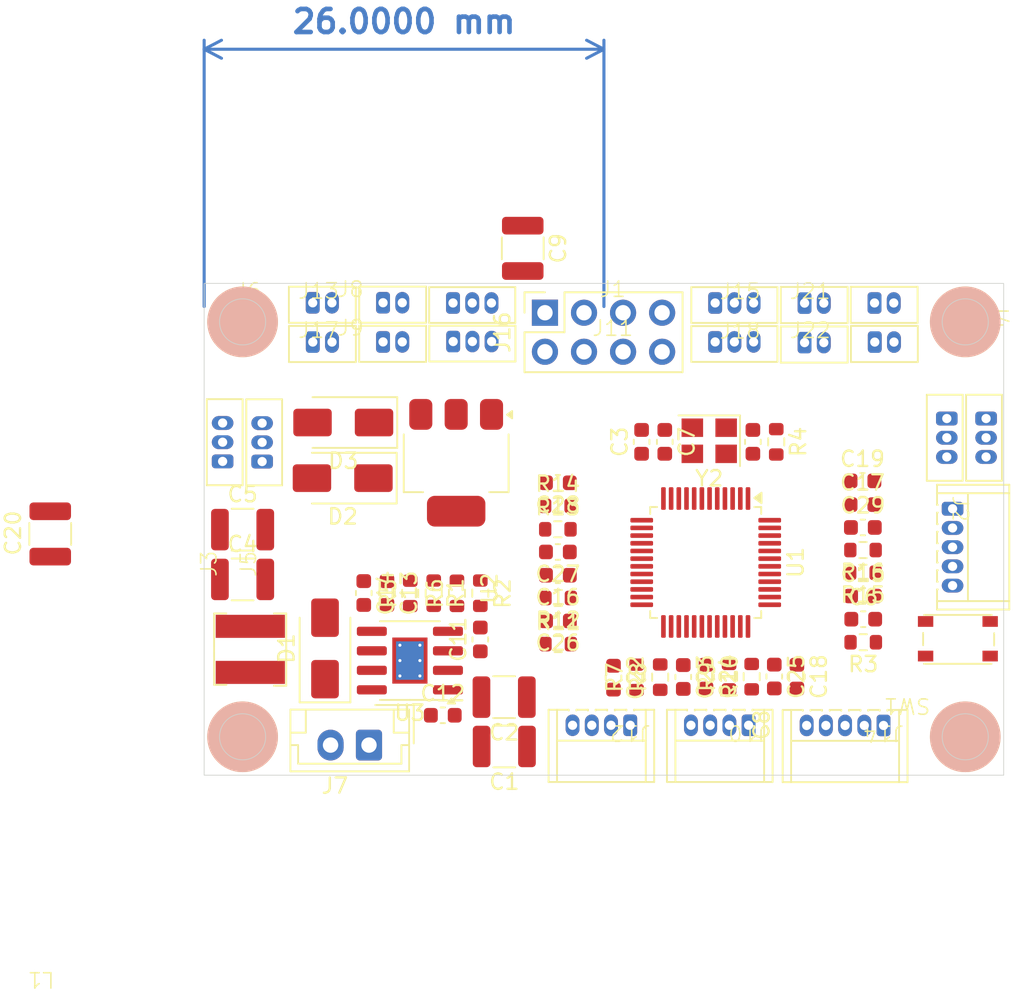
<source format=kicad_pcb>
(kicad_pcb (version 20240108) (generator "pcbnew") (generator_version "8.0")
  (layers (0 "F.Cu" signal) (31 "B.Cu" signal) (34 "B.Paste" user) (35 "F.Paste" user) (36 "B.SilkS" user "B.Silkscreen") (37 "F.SilkS" user "F.Silkscreen") (38 "B.Mask" user) (39 "F.Mask" user) (44 "Edge.Cuts" user))
  (net 0 "")
  (net 1 "GND")
  (net 2 "VBAT")
  (net 3 "+3V3")
  (net 4 "Net-(D1-K)")
  (net 5 "STM32_DIO")
  (net 6 "STM32_CLK")
  (net 7 "STM32_RESET")
  (net 8 "5V_DEBUGGER")
  (net 9 "BUTTON1")
  (net 10 "BUTTON2")
  (net 11 "BUTTON3")
  (net 12 "BUTTON4")
  (net 13 "UART1_RX")
  (net 14 "SENS_VOL")
  (net 15 "Net-(U1-BOOT0)")
  (net 16 "I2C1_SDA")
  (net 17 "NRF24_CLK")
  (net 18 "OSC32_IN")
  (net 19 "NRF24_CS")
  (net 20 "SWITCH1")
  (net 21 "LEFT_JOYSTICK_IN1")
  (net 22 "VOLUME_1")
  (net 23 "OSC_OUT")
  (net 24 "LEFT_JOYSTICK_IN2")
  (net 25 "OSC32_OUT")
  (net 26 "RIGHT_JOYSTICK_IN1")
  (net 27 "UART1_TX")
  (net 28 "RIGHT_JOYSTICK_IN2")
  (net 29 "NRF24_IRQ")
  (net 30 "I2C1_SCL")
  (net 31 "SWITCH3")
  (net 32 "OSC_IN")
  (net 33 "NRF24_MOSI")
  (net 34 "SWITCH2")
  (net 35 "NRF24_MISO")
  (net 36 "SWITCH4")
  (net 37 "NRF24_CE")
  (net 38 "VOLUME_2")
  (net 39 "+5V")
  (net 40 "Net-(U3-COMP)")
  (net 41 "Net-(U3-VSENSE)")
  (net 43 "Net-(U3-BOOT)")
  (net 44 "Net-(U3-SS)")
  (net 45 "Net-(C13-Pad1)")
  (net 46 "Net-(D2-A)")
  (net 47 "Net-(R2-Pad1)")
  (net 48 "ADC_RESERVED")
  (net 49 "VOLUME_3")
  (net 50 "VOLUME_4")
  (footprint "Resistor_SMD:R_0603_1608Metric" (layer "F.Cu") (at 200.7775 87.4375 -90)
    (property "Reference" "R4" (at 0 -1.43 90) (layer "F.SilkS"))
    (property "Value" "1k")
    (pad "1" smd roundrect (at -0.825 0 270) (size 0.8 0.95) (layers "F.Cu" "F.Paste" "F.Mask") (net 1 "GND"))
    (pad "2" smd roundrect (at 0.825 0 270) (size 0.8 0.95) (layers "F.Cu" "F.Paste" "F.Mask") (net 15 "Net-(U1-BOOT0)"))
  )
  (footprint "Footprint:Connector_XH_1x03_P1.25mm_Vertical" (layer "F.Cu") (at 164.77 88.71 90)
    (property "Reference" "J3" (at -6.66 -0.89 90) (layer "F.SilkS") (effects (font (thickness 0.1))))
    (property "Value" "Conn_01x03")
    (pad "1" thru_hole roundrect (at 0 0 90) (size 0.9 1.4) (drill 0.6) (layers "*.Cu" "*.Mask"))
    (pad "2" thru_hole oval (at 1.25 0 90) (size 0.9 1.4) (drill 0.6) (layers "*.Cu" "*.Mask"))
    (pad "3" thru_hole oval (at 2.5 0 90) (size 0.9 1.4) (drill 0.6) (layers "*.Cu" "*.Mask"))
  )
  (footprint "Package_QFP:LQFP-48_7x7mm_P0.5mm" (layer "F.Cu") (at 196.19 95.2875 -90)
    (property "Reference" "U1" (at 0 -5.85 90) (layer "F.SilkS"))
    (property "Value" "STM32F103C8Tx")
    (pad "1" smd roundrect (at -4.1625 -2.75 270) (size 1.475 0.3) (layers "F.Cu" "F.Paste" "F.Mask") (net 3 "+3V3"))
    (pad "2" smd roundrect (at -4.1625 -2.25 270) (size 1.475 0.3) (layers "F.Cu" "F.Paste" "F.Mask"))
    (pad "3" smd roundrect (at -4.1625 -1.75 270) (size 1.475 0.3) (layers "F.Cu" "F.Paste" "F.Mask") (net 18 "OSC32_IN"))
    (pad "4" smd roundrect (at -4.1625 -1.25 270) (size 1.475 0.3) (layers "F.Cu" "F.Paste" "F.Mask") (net 25 "OSC32_OUT"))
    (pad "5" smd roundrect (at -4.1625 -0.75 270) (size 1.475 0.3) (layers "F.Cu" "F.Paste" "F.Mask") (net 32 "OSC_IN"))
    (pad "6" smd roundrect (at -4.1625 -0.25 270) (size 1.475 0.3) (layers "F.Cu" "F.Paste" "F.Mask") (net 23 "OSC_OUT"))
    (pad "7" smd roundrect (at -4.1625 0.25 270) (size 1.475 0.3) (layers "F.Cu" "F.Paste" "F.Mask") (net 7 "STM32_RESET"))
    (pad "8" smd roundrect (at -4.1625 0.75 270) (size 1.475 0.3) (layers "F.Cu" "F.Paste" "F.Mask") (net 1 "GND"))
    (pad "9" smd roundrect (at -4.1625 1.25 270) (size 1.475 0.3) (layers "F.Cu" "F.Paste" "F.Mask") (net 3 "+3V3"))
    (pad "10" smd roundrect (at -4.1625 1.75 270) (size 1.475 0.3) (layers "F.Cu" "F.Paste" "F.Mask") (net 21 "LEFT_JOYSTICK_IN1"))
    (pad "11" smd roundrect (at -4.1625 2.25 270) (size 1.475 0.3) (layers "F.Cu" "F.Paste" "F.Mask") (net 24 "LEFT_JOYSTICK_IN2"))
    (pad "12" smd roundrect (at -4.1625 2.75 270) (size 1.475 0.3) (layers "F.Cu" "F.Paste" "F.Mask") (net 26 "RIGHT_JOYSTICK_IN1"))
    (pad "13" smd roundrect (at -2.75 4.1625 270) (size 0.3 1.475) (layers "F.Cu" "F.Paste" "F.Mask") (net 28 "RIGHT_JOYSTICK_IN2"))
    (pad "14" smd roundrect (at -2.25 4.1625 270) (size 0.3 1.475) (layers "F.Cu" "F.Paste" "F.Mask") (net 22 "VOLUME_1"))
    (pad "15" smd roundrect (at -1.75 4.1625 270) (size 0.3 1.475) (layers "F.Cu" "F.Paste" "F.Mask") (net 38 "VOLUME_2"))
    (pad "16" smd roundrect (at -1.25 4.1625 270) (size 0.3 1.475) (layers "F.Cu" "F.Paste" "F.Mask") (net 49 "VOLUME_3"))
    (pad "17" smd roundrect (at -0.75 4.1625 270) (size 0.3 1.475) (layers "F.Cu" "F.Paste" "F.Mask") (net 50 "VOLUME_4"))
    (pad "18" smd roundrect (at -0.25 4.1625 270) (size 0.3 1.475) (layers "F.Cu" "F.Paste" "F.Mask") (net 14 "SENS_VOL"))
    (pad "19" smd roundrect (at 0.25 4.1625 270) (size 0.3 1.475) (layers "F.Cu" "F.Paste" "F.Mask") (net 48 "ADC_RESERVED"))
    (pad "20" smd roundrect (at 0.75 4.1625 270) (size 0.3 1.475) (layers "F.Cu" "F.Paste" "F.Mask") (net 20 "SWITCH1"))
    (pad "21" smd roundrect (at 1.25 4.1625 270) (size 0.3 1.475) (layers "F.Cu" "F.Paste" "F.Mask") (net 31 "SWITCH3"))
    (pad "22" smd roundrect (at 1.75 4.1625 270) (size 0.3 1.475) (layers "F.Cu" "F.Paste" "F.Mask") (net 9 "BUTTON1"))
    (pad "23" smd roundrect (at 2.25 4.1625 270) (size 0.3 1.475) (layers "F.Cu" "F.Paste" "F.Mask") (net 1 "GND"))
    (pad "24" smd roundrect (at 2.75 4.1625 270) (size 0.3 1.475) (layers "F.Cu" "F.Paste" "F.Mask") (net 3 "+3V3"))
    (pad "25" smd roundrect (at 4.1625 2.75 270) (size 1.475 0.3) (layers "F.Cu" "F.Paste" "F.Mask") (net 19 "NRF24_CS"))
    (pad "26" smd roundrect (at 4.1625 2.25 270) (size 1.475 0.3) (layers "F.Cu" "F.Paste" "F.Mask") (net 17 "NRF24_CLK"))
    (pad "27" smd roundrect (at 4.1625 1.75 270) (size 1.475 0.3) (layers "F.Cu" "F.Paste" "F.Mask") (net 35 "NRF24_MISO"))
    (pad "28" smd roundrect (at 4.1625 1.25 270) (size 1.475 0.3) (layers "F.Cu" "F.Paste" "F.Mask") (net 33 "NRF24_MOSI"))
    (pad "29" smd roundrect (at 4.1625 0.75 270) (size 1.475 0.3) (layers "F.Cu" "F.Paste" "F.Mask") (net 37 "NRF24_CE"))
    (pad "30" smd roundrect (at 4.1625 0.25 270) (size 1.475 0.3) (layers "F.Cu" "F.Paste" "F.Mask") (net 29 "NRF24_IRQ"))
    (pad "31" smd roundrect (at 4.1625 -0.25 270) (size 1.475 0.3) (layers "F.Cu" "F.Paste" "F.Mask") (net 10 "BUTTON2"))
    (pad "32" smd roundrect (at 4.1625 -0.75 270) (size 1.475 0.3) (layers "F.Cu" "F.Paste" "F.Mask") (net 11 "BUTTON3"))
    (pad "33" smd roundrect (at 4.1625 -1.25 270) (size 1.475 0.3) (layers "F.Cu" "F.Paste" "F.Mask") (net 12 "BUTTON4"))
    (pad "34" smd roundrect (at 4.1625 -1.75 270) (size 1.475 0.3) (layers "F.Cu" "F.Paste" "F.Mask") (net 5 "STM32_DIO"))
    (pad "35" smd roundrect (at 4.1625 -2.25 270) (size 1.475 0.3) (layers "F.Cu" "F.Paste" "F.Mask") (net 1 "GND"))
    (pad "36" smd roundrect (at 4.1625 -2.75 270) (size 1.475 0.3) (layers "F.Cu" "F.Paste" "F.Mask") (net 3 "+3V3"))
    (pad "37" smd roundrect (at 2.75 -4.1625 270) (size 0.3 1.475) (layers "F.Cu" "F.Paste" "F.Mask") (net 6 "STM32_CLK"))
    (pad "38" smd roundrect (at 2.25 -4.1625 270) (size 0.3 1.475) (layers "F.Cu" "F.Paste" "F.Mask"))
    (pad "39" smd roundrect (at 1.75 -4.1625 270) (size 0.3 1.475) (layers "F.Cu" "F.Paste" "F.Mask"))
    (pad "40" smd roundrect (at 1.25 -4.1625 270) (size 0.3 1.475) (layers "F.Cu" "F.Paste" "F.Mask") (net 34 "SWITCH2"))
    (pad "41" smd roundrect (at 0.75 -4.1625 270) (size 0.3 1.475) (layers "F.Cu" "F.Paste" "F.Mask") (net 36 "SWITCH4"))
    (pad "42" smd roundrect (at 0.25 -4.1625 270) (size 0.3 1.475) (layers "F.Cu" "F.Paste" "F.Mask") (net 27 "UART1_TX"))
    (pad "43" smd roundrect (at -0.25 -4.1625 270) (size 0.3 1.475) (layers "F.Cu" "F.Paste" "F.Mask") (net 13 "UART1_RX"))
    (pad "44" smd roundrect (at -0.75 -4.1625 270) (size 0.3 1.475) (layers "F.Cu" "F.Paste" "F.Mask") (net 15 "Net-(U1-BOOT0)"))
    (pad "45" smd roundrect (at -1.25 -4.1625 270) (size 0.3 1.475) (layers "F.Cu" "F.Paste" "F.Mask") (net 30 "I2C1_SCL"))
    (pad "46" smd roundrect (at -1.75 -4.1625 270) (size 0.3 1.475) (layers "F.Cu" "F.Paste" "F.Mask") (net 16 "I2C1_SDA"))
    (pad "47" smd roundrect (at -2.25 -4.1625 270) (size 0.3 1.475) (layers "F.Cu" "F.Paste" "F.Mask") (net 1 "GND"))
    (pad "48" smd roundrect (at -2.75 -4.1625 270) (size 0.3 1.475) (layers "F.Cu" "F.Paste" "F.Mask") (net 3 "+3V3"))
  )
  (footprint "Resistor_SMD:R_0603_1608Metric" (layer "F.Cu") (at 206.435 100.4775 180)
    (property "Reference" "R3" (at 0 -1.43 0) (layer "F.SilkS"))
    (property "Value" "10k")
    (pad "1" smd roundrect (at -0.825 0 180) (size 0.8 0.95) (layers "F.Cu" "F.Paste" "F.Mask") (net 3 "+3V3"))
    (pad "2" smd roundrect (at 0.825 0 180) (size 0.8 0.95) (layers "F.Cu" "F.Paste" "F.Mask") (net 7 "STM32_RESET"))
  )
  (footprint "Resistor_SMD:R_0603_1608Metric" (layer "F.Cu") (at 181.53 97.285 -90)
    (property "Reference" "R2" (at 0.02 -1.45 90) (layer "F.SilkS"))
    (property "Value" "TBD")
    (pad "1" smd roundrect (at -0.825 0 270) (size 0.8 0.95) (layers "F.Cu" "F.Paste" "F.Mask") (net 47 "Net-(R2-Pad1)"))
    (pad "2" smd roundrect (at 0.825 0 270) (size 0.8 0.95) (layers "F.Cu" "F.Paste" "F.Mask") (net 1 "GND"))
  )
  (footprint "Resistor_SMD:R_0603_1608Metric" (layer "F.Cu") (at 178.5 97.285 -90)
    (property "Reference" "R1" (at 0 -1.43 90) (layer "F.SilkS"))
    (property "Value" "TBD")
    (pad "1" smd roundrect (at -0.825 0 270) (size 0.8 0.95) (layers "F.Cu" "F.Paste" "F.Mask") (net 46 "Net-(D2-A)"))
    (pad "2" smd roundrect (at 0.825 0 270) (size 0.8 0.95) (layers "F.Cu" "F.Paste" "F.Mask") (net 41 "Net-(U3-VSENSE)"))
  )
  (footprint "Capacitor_SMD:C_1210_3225Metric" (layer "F.Cu") (at 183.09 107.26 180)
    (property "Reference" "C1" (at 0 -2.3 0) (layer "F.SilkS"))
    (property "Value" "10uF")
    (pad "1" smd roundrect (at -1.475 0 180) (size 1.15 2.7) (layers "F.Cu" "F.Paste" "F.Mask") (roundrect_rratio 0.217391) (net 1 "GND"))
    (pad "2" smd roundrect (at 1.475 0 180) (size 1.15 2.7) (layers "F.Cu" "F.Paste" "F.Mask") (roundrect_rratio 0.217391) (net 2 "VBAT"))
  )
  (footprint "Resistor_SMD:R_0603_1608Metric" (layer "F.Cu") (at 206.415 95.9575 180)
    (property "Reference" "R15" (at 0 -1.43 0) (layer "F.SilkS"))
    (property "Value" "1k")
    (pad "1" smd roundrect (at -0.825 0 180) (size 0.8 0.95) (layers "F.Cu" "F.Paste" "F.Mask") (net 3 "+3V3"))
    (pad "2" smd roundrect (at 0.825 0 180) (size 0.8 0.95) (layers "F.Cu" "F.Paste" "F.Mask") (net 34 "SWITCH2"))
  )
  (footprint "Resistor_SMD:R_0603_1608Metric" (layer "F.Cu") (at 197.71 102.7175 90)
    (property "Reference" "R9" (at 0 -1.43 90) (layer "F.SilkS"))
    (property "Value" "10k")
    (pad "1" smd roundrect (at -0.825 0 90) (size 0.8 0.95) (layers "F.Cu" "F.Paste" "F.Mask") (net 3 "+3V3"))
    (pad "2" smd roundrect (at 0.825 0 90) (size 0.8 0.95) (layers "F.Cu" "F.Paste" "F.Mask") (net 11 "BUTTON3"))
  )
  (footprint "Resistor_SMD:R_0603_1608Metric" (layer "F.Cu") (at 191.6925 102.7625 90)
    (property "Reference" "R7" (at 0 -1.43 90) (layer "F.SilkS"))
    (property "Value" "10k")
    (pad "1" smd roundrect (at -0.825 0 90) (size 0.8 0.95) (layers "F.Cu" "F.Paste" "F.Mask") (net 3 "+3V3"))
    (pad "2" smd roundrect (at 0.825 0 90) (size 0.8 0.95) (layers "F.Cu" "F.Paste" "F.Mask") (net 9 "BUTTON1"))
  )
  (footprint "Footprint:Connector_XH_1x03_P1.25mm_Vertical" (layer "F.Cu") (at 214.425 85.92 -90)
    (property "Reference" "J4" (at -6.66 -0.89 -90) (layer "F.SilkS") (effects (font (thickness 0.1))))
    (property "Value" "Conn_01x03")
    (pad "1" thru_hole roundrect (at 0 0 270) (size 0.9 1.4) (drill 0.6) (layers "*.Cu" "*.Mask") (net 3 "+3V3"))
    (pad "2" thru_hole oval (at 1.25 0 270) (size 0.9 1.4) (drill 0.6) (layers "*.Cu" "*.Mask") (net 24 "LEFT_JOYSTICK_IN2"))
    (pad "3" thru_hole oval (at 2.5 0 270) (size 0.9 1.4) (drill 0.6) (layers "*.Cu" "*.Mask") (net 1 "GND"))
  )
  (footprint "Capacitor_SMD:C_1210_3225Metric" (layer "F.Cu") (at 166.07 96.39)
    (property "Reference" "C4" (at 0 -2.3 0) (layer "F.SilkS"))
    (property "Value" "10uF")
    (pad "1" smd roundrect (at -1.475 0) (size 1.15 2.7) (layers "F.Cu" "F.Paste" "F.Mask") (roundrect_rratio 0.217391) (net 1 "GND"))
    (pad "2" smd roundrect (at 1.475 0) (size 1.15 2.7) (layers "F.Cu" "F.Paste" "F.Mask") (roundrect_rratio 0.217391) (net 46 "Net-(D2-A)"))
  )
  (footprint "Capacitor_SMD:C_0603_1608Metric" (layer "F.Cu") (at 194.73 102.7375 -90)
    (property "Reference" "C23" (at 0 -1.43 90) (layer "F.SilkS"))
    (property "Value" "100nF")
    (pad "1" smd roundrect (at -0.775 0 270) (size 0.9 0.95) (layers "F.Cu" "F.Paste" "F.Mask") (net 10 "BUTTON2"))
    (pad "2" smd roundrect (at 0.775 0 270) (size 0.9 0.95) (layers "F.Cu" "F.Paste" "F.Mask") (net 1 "GND"))
  )
  (footprint "Capacitor_SMD:C_0603_1608Metric" (layer "F.Cu") (at 206.385 91.5225)
    (property "Reference" "C17" (at 0 -1.43 0) (layer "F.SilkS"))
    (property "Value" "100nF")
    (pad "1" smd roundrect (at -0.775 0) (size 0.9 0.95) (layers "F.Cu" "F.Paste" "F.Mask") (net 3 "+3V3"))
    (pad "2" smd roundrect (at 0.775 0) (size 0.9 0.95) (layers "F.Cu" "F.Paste" "F.Mask") (net 1 "GND"))
  )
  (footprint "Diode_SMD:D_SMA" (layer "F.Cu") (at 172.6175 86.18 180)
    (property "Reference" "D3" (at 0 -2.5 0) (layer "F.SilkS"))
    (property "Value" "SS14")
    (pad "1" smd roundrect (at -2 0 180) (size 2.5 1.8) (layers "F.Cu" "F.Paste" "F.Mask") (roundrect_rratio 0.1388888889) (net 39 "+5V"))
    (pad "2" smd roundrect (at 2 0 180) (size 2.5 1.8) (layers "F.Cu" "F.Paste" "F.Mask") (roundrect_rratio 0.1388888889) (net 8 "5V_DEBUGGER"))
  )
  (footprint "Capacitor_SMD:C_0603_1608Metric" (layer "F.Cu") (at 206.42 97.4675)
    (property "Reference" "C15" (at 0 -1.43 0) (layer "F.SilkS"))
    (property "Value" "100nF")
    (pad "1" smd roundrect (at -0.775 0) (size 0.9 0.95) (layers "F.Cu" "F.Paste" "F.Mask") (net 34 "SWITCH2"))
    (pad "2" smd roundrect (at 0.775 0) (size 0.9 0.95) (layers "F.Cu" "F.Paste" "F.Mask") (net 1 "GND"))
  )
  (footprint "Footprint:Connector_XH_1x02_P1.25mm_Vertical" (layer "F.Cu") (at 170.63 78.39)
    (property "Reference" "J6" (at -4.19 -0.76 0) (layer "F.SilkS") (effects (font (thickness 0.1))))
    (property "Value" "Conn_01x02")
    (pad "1" thru_hole roundrect (at 0 0) (size 0.9 1.4) (drill 0.6) (layers "*.Cu" "*.Mask"))
    (pad "2" thru_hole oval (at 1.25 0) (size 0.9 1.4) (drill 0.6) (layers "*.Cu" "*.Mask"))
  )
  (footprint "Package_SO:SOIC-8-1EP_3.9x4.9mm_P1.27mm_EP2.29x3mm_ThermalVias" (layer "F.Cu") (at 176.95 101.67 180)
    (property "Reference" "U3" (at 0 -3.4 0) (layer "F.SilkS"))
    (property "Value" "TPS54331")
    (pad "1" smd roundrect (at -2.475 -1.905 180) (size 1.95 0.6) (layers "F.Cu" "F.Paste" "F.Mask") (net 43 "Net-(U3-BOOT)"))
    (pad "2" smd roundrect (at -2.475 -0.635 180) (size 1.95 0.6) (layers "F.Cu" "F.Paste" "F.Mask") (net 2 "VBAT"))
    (pad "3" smd roundrect (at -2.475 0.635 180) (size 1.95 0.6) (layers "F.Cu" "F.Paste" "F.Mask"))
    (pad "4" smd roundrect (at -2.475 1.905 180) (size 1.95 0.6) (layers "F.Cu" "F.Paste" "F.Mask") (net 44 "Net-(U3-SS)"))
    (pad "5" smd roundrect (at 2.475 1.905 180) (size 1.95 0.6) (layers "F.Cu" "F.Paste" "F.Mask") (net 41 "Net-(U3-VSENSE)"))
    (pad "6" smd roundrect (at 2.475 0.635 180) (size 1.95 0.6) (layers "F.Cu" "F.Paste" "F.Mask") (net 40 "Net-(U3-COMP)"))
    (pad "7" smd roundrect (at 2.475 -0.635 180) (size 1.95 0.6) (layers "F.Cu" "F.Paste" "F.Mask") (net 1 "GND"))
    (pad "8" smd roundrect (at 2.475 -1.905 180) (size 1.95 0.6) (layers "F.Cu" "F.Paste" "F.Mask") (net 4 "Net-(D1-K)"))
    (pad "9" thru_hole circle (at -0.65 -1 180) (size 0.5 0.5) (drill 0.2) (property pad_prop_heatsink) (layers "*.Cu") (net 1 "GND"))
    (pad "9" thru_hole circle (at -0.65 0 180) (size 0.5 0.5) (drill 0.2) (property pad_prop_heatsink) (layers "*.Cu") (net 1 "GND"))
    (pad "9" thru_hole circle (at -0.65 1 180) (size 0.5 0.5) (drill 0.2) (property pad_prop_heatsink) (layers "*.Cu") (net 1 "GND"))
    (pad "9" smd rect (at 0 0 180) (size 1.8 2.5) (property pad_prop_heatsink) (layers "B.Cu") (net 1 "GND"))
    (pad "9" smd rect (at 0 0 180) (size 2.29 3) (property pad_prop_heatsink) (layers "F.Cu" "F.Mask") (net 1 "GND"))
    (pad "9" thru_hole circle (at 0.65 -1 180) (size 0.5 0.5) (drill 0.2) (property pad_prop_heatsink) (layers "*.Cu") (net 1 "GND"))
    (pad "9" thru_hole circle (at 0.65 0 180) (size 0.5 0.5) (drill 0.2) (property pad_prop_heatsink) (layers "*.Cu") (net 1 "GND"))
    (pad "9" thru_hole circle (at 0.65 1 180) (size 0.5 0.5) (drill 0.2) (property pad_prop_heatsink) (layers "*.Cu") (net 1 "GND"))
  )
  (footprint "Capacitor_SMD:C_0603_1608Metric" (layer "F.Cu") (at 200.65 102.7075 -90)
    (property "Reference" "C25" (at 0 -1.43 90) (layer "F.SilkS"))
    (property "Value" "100nF")
    (pad "1" smd roundrect (at -0.775 0 270) (size 0.9 0.95) (layers "F.Cu" "F.Paste" "F.Mask") (net 12 "BUTTON4"))
    (pad "2" smd roundrect (at 0.775 0 270) (size 0.9 0.95) (layers "F.Cu" "F.Paste" "F.Mask") (net 1 "GND"))
  )
  (footprint "Capacitor_SMD:C_0603_1608Metric" (layer "F.Cu") (at 206.435 98.9775)
    (property "Reference" "C6" (at 0 -1.43 0) (layer "F.SilkS"))
    (property "Value" "100nF")
    (pad "1" smd roundrect (at -0.775 0) (size 0.9 0.95) (layers "F.Cu" "F.Paste" "F.Mask") (net 7 "STM32_RESET"))
    (pad "2" smd roundrect (at 0.775 0) (size 0.9 0.95) (layers "F.Cu" "F.Paste" "F.Mask") (net 1 "GND"))
  )
  (footprint "Footprint:Connector_XH_1x05_P1.25mm_Horizontal" (layer "F.Cu") (at 212.245 91.79 -90)
    (property "Reference" "J2" (at 0 -0.5 -90) (layer "F.SilkS") (effects (font (thickness 0.1))))
    (property "Value" "Conn_01x05")
    (pad "1" thru_hole roundrect (at 0 0 270) (size 0.9 1.4) (drill 0.6) (layers "*.Cu" "*.Mask") (net 8 "5V_DEBUGGER"))
    (pad "2" thru_hole oval (at 1.25 0 270) (size 0.9 1.4) (drill 0.6) (layers "*.Cu" "*.Mask") (net 1 "GND"))
    (pad "3" thru_hole oval (at 2.5 0 270) (size 0.9 1.4) (drill 0.6) (layers "*.Cu" "*.Mask") (net 6 "STM32_CLK"))
    (pad "4" thru_hole oval (at 3.75 0 270) (size 0.9 1.4) (drill 0.6) (layers "*.Cu" "*.Mask") (net 5 "STM32_DIO"))
    (pad "5" thru_hole oval (at 5 0 270) (size 0.9 1.4) (drill 0.6) (layers "*.Cu" "*.Mask") (net 7 "STM32_RESET"))
  )
  (footprint "Capacitor_SMD:C_0603_1608Metric" (layer "F.Cu") (at 190.1925 102.7825 -90)
    (property "Reference" "C22" (at 0 -1.43 90) (layer "F.SilkS"))
    (property "Value" "100nF")
    (pad "1" smd roundrect (at -0.775 0 270) (size 0.9 0.95) (layers "F.Cu" "F.Paste" "F.Mask") (net 9 "BUTTON1"))
    (pad "2" smd roundrect (at 0.775 0 270) (size 0.9 0.95) (layers "F.Cu" "F.Paste" "F.Mask") (net 1 "GND"))
  )
  (footprint "Footprint:Connector_XH_1x03_P1.25mm_Vertical" (layer "F.Cu") (at 179.765 80.91)
    (property "Reference" "J9" (at -6.66 -0.89 0) (layer "F.SilkS") (effects (font (thickness 0.1))))
    (property "Value" "Conn_01x03")
    (pad "1" thru_hole roundrect (at 0 0) (size 0.9 1.4) (drill 0.6) (layers "*.Cu" "*.Mask") (net 3 "+3V3"))
    (pad "2" thru_hole oval (at 1.25 0) (size 0.9 1.4) (drill 0.6) (layers "*.Cu" "*.Mask") (net 49 "VOLUME_3"))
    (pad "3" thru_hole oval (at 2.5 0) (size 0.9 1.4) (drill 0.6) (layers "*.Cu" "*.Mask") (net 1 "GND"))
  )
  (footprint "Resistor_SMD:R_0603_1608Metric" (layer "F.Cu") (at 186.595 97.5975 180)
    (property "Reference" "R12" (at 0 -1.43 0) (layer "F.SilkS"))
    (property "Value" "TBD")
    (pad "1" smd roundrect (at -0.825 0 180) (size 0.8 0.95) (layers "F.Cu" "F.Paste" "F.Mask") (net 14 "SENS_VOL"))
    (pad "2" smd roundrect (at 0.825 0 180) (size 0.8 0.95) (layers "F.Cu" "F.Paste" "F.Mask") (net 1 "GND"))
  )
  (footprint "Capacitor_SMD:C_0603_1608Metric" (layer "F.Cu") (at 193.5275 87.4375 -90)
    (property "Reference" "C7" (at 0 -1.43 90) (layer "F.SilkS"))
    (property "Value" "12pF")
    (pad "1" smd roundrect (at -0.775 0 270) (size 0.9 0.95) (layers "F.Cu" "F.Paste" "F.Mask") (net 1 "GND"))
    (pad "2" smd roundrect (at 0.775 0 270) (size 0.9 0.95) (layers "F.Cu" "F.Paste" "F.Mask") (net 23 "OSC_OUT"))
  )
  (footprint "Capacitor_SMD:C_1210_3225Metric" (layer "F.Cu") (at 184.29 74.845 -90)
    (property "Reference" "C9" (at 0 -2.3 90) (layer "F.SilkS"))
    (property "Value" "10uF")
    (pad "1" smd roundrect (at -1.475 0 270) (size 1.15 2.7) (layers "F.Cu" "F.Paste" "F.Mask") (roundrect_rratio 0.217391) (net 1 "GND"))
    (pad "2" smd roundrect (at 1.475 0 270) (size 1.15 2.7) (layers "F.Cu" "F.Paste" "F.Mask") (roundrect_rratio 0.217391) (net 3 "+3V3"))
  )
  (footprint "Resistor_SMD:R_0603_1608Metric" (layer "F.Cu") (at 193.23 102.7475 90)
    (property "Reference" "R8" (at 0 -1.43 90) (layer "F.SilkS"))
    (property "Value" "10k")
    (pad "1" smd roundrect (at -0.825 0 90) (size 0.8 0.95) (layers "F.Cu" "F.Paste" "F.Mask") (net 3 "+3V3"))
    (pad "2" smd roundrect (at 0.825 0 90) (size 0.8 0.95) (layers "F.Cu" "F.Paste" "F.Mask") (net 10 "BUTTON2"))
  )
  (footprint "Capacitor_SMD:C_0603_1608Metric" (layer "F.Cu") (at 181.53 100.295 90)
    (property "Reference" "C11" (at 0 -1.43 90) (layer "F.SilkS"))
    (property "Value" "10nF")
    (pad "1" smd roundrect (at -0.775 0 90) (size 0.9 0.95) (layers "F.Cu" "F.Paste" "F.Mask") (net 1 "GND"))
    (pad "2" smd roundrect (at 0.775 0 90) (size 0.9 0.95) (layers "F.Cu" "F.Paste" "F.Mask") (net 44 "Net-(U3-SS)"))
  )
  (footprint "Capacitor_SMD:C_0603_1608Metric" (layer "F.Cu") (at 199.2575 87.4375 -90)
    (property "Reference" "C8" (at 18.415 -0.5675 90) (layer "F.SilkS"))
    (property "Value" "12pF")
    (pad "1" smd roundrect (at -0.775 0 270) (size 0.9 0.95) (layers "F.Cu" "F.Paste" "F.Mask") (net 1 "GND"))
    (pad "2" smd roundrect (at 0.775 0 270) (size 0.9 0.95) (layers "F.Cu" "F.Paste" "F.Mask") (net 32 "OSC_IN"))
  )
  (footprint "Capacitor_SMD:C_0603_1608Metric" (layer "F.Cu") (at 186.575 94.6025 180)
    (property "Reference" "C27" (at 0 -1.43 0) (layer "F.SilkS"))
    (property "Value" "100nF")
    (pad "1" smd roundrect (at -0.775 0 180) (size 0.9 0.95) (layers "F.Cu" "F.Paste" "F.Mask") (net 31 "SWITCH3"))
    (pad "2" smd roundrect (at 0.775 0 180) (size 0.9 0.95) (layers "F.Cu" "F.Paste" "F.Mask") (net 1 "GND"))
  )
  (footprint "Capacitor_SMD:C_1210_3225Metric" (layer "F.Cu") (at 183.08 104.05 180)
    (property "Reference" "C2" (at 0 -2.3 0) (layer "F.SilkS"))
    (property "Value" "10uF")
    (pad "1" smd roundrect (at -1.475 0 180) (size 1.15 2.7) (layers "F.Cu" "F.Paste" "F.Mask") (roundrect_rratio 0.217391) (net 1 "GND"))
    (pad "2" smd roundrect (at 1.475 0 180) (size 1.15 2.7) (layers "F.Cu" "F.Paste" "F.Mask") (roundrect_rratio 0.217391) (net 2 "VBAT"))
  )
  (footprint "Footprint:Connector_XH_1x02_P1.25mm_Vertical" (layer "F.Cu") (at 202.62 80.98)
    (property "Reference" "J18" (at -4.19 -0.76 0) (layer "F.SilkS") (effects (font (thickness 0.1))))
    (property "Value" "Conn_01x02")
    (pad "1" thru_hole roundrect (at 0 0) (size 0.9 1.4) (drill 0.6) (layers "*.Cu" "*.Mask") (net 36 "SWITCH4"))
    (pad "2" thru_hole oval (at 1.25 0) (size 0.9 1.4) (drill 0.6) (layers "*.Cu" "*.Mask") (net 1 "GND"))
  )
  (footprint "Footprint:Connector_XH_1x03_P1.25mm_Vertical" (layer "F.Cu") (at 211.87 85.92 -90)
    (property "Reference" "J19" (at -6.66 -0.89 -90) (layer "F.SilkS") (effects (font (thickness 0.1))))
    (property "Value" "Conn_01x03")
    (pad "1" thru_hole roundrect (at 0 0 270) (size 0.9 1.4) (drill 0.6) (layers "*.Cu" "*.Mask") (net 3 "+3V3"))
    (pad "2" thru_hole oval (at 1.25 0 270) (size 0.9 1.4) (drill 0.6) (layers "*.Cu" "*.Mask") (net 26 "RIGHT_JOYSTICK_IN1"))
    (pad "3" thru_hole oval (at 2.5 0 270) (size 0.9 1.4) (drill 0.6) (layers "*.Cu" "*.Mask") (net 1 "GND"))
  )
  (footprint "Footprint:Board" (layer "F.Cu") (at 163.57 109.13)
    (property "Reference" "U4" (hide yes))
    (property "Value" "~" (hide yes))
    (fp_rect (start 0 -32) (end 52 0) (stroke (width 0.05)) (fill none) (layer "Edge.Cuts"))
    (fp_circle (center 2.5 -29.5) (end 4 -29.5) (stroke (width 0.05)) (fill none) (layer "Edge.Cuts"))
    (fp_circle (center 2.5 -2.5) (end 4 -2.5) (stroke (width 0.05)) (fill none) (layer "Edge.Cuts"))
    (fp_circle (center 49.5 -29.5) (end 51 -29.5) (stroke (width 0.05)) (fill none) (layer "Edge.Cuts"))
    (fp_circle (center 49.5 -2.5) (end 51 -2.5) (stroke (width 0.05)) (fill none) (layer "Edge.Cuts"))
  )
  (footprint "Footprint:Connector_XH_1x04_P1.25mm_Horizontal" (layer "F.Cu") (at 191.28 105.88 180)
    (property "Reference" "J12" (at 0 -0.5 180) (layer "F.SilkS") (effects (font (thickness 0.1))))
    (property "Value" "Conn_01x04")
    (pad "1" thru_hole roundrect (at 0 0 180) (size 0.9 1.4) (drill 0.6) (layers "*.Cu" "*.Mask") (net 39 "+5V"))
    (pad "2" thru_hole oval (at 1.25 0 180) (size 0.9 1.4) (drill 0.6) (layers "*.Cu" "*.Mask") (net 1 "GND"))
    (pad "3" thru_hole oval (at 2.5 0 180) (size 0.9 1.4) (drill 0.6) (layers "*.Cu" "*.Mask") (net 13 "UART1_RX"))
    (pad "4" thru_hole oval (at 3.75 0 180) (size 0.9 1.4) (drill 0.6) (layers "*.Cu" "*.Mask") (net 27 "UART1_TX"))
  )
  (footprint "Footprint:Connector_XH_1x02_P1.25mm_Vertical" (layer "F.Cu") (at 175.205 78.385)
    (property "Reference" "J13" (at -4.19 -0.76 0) (layer "F.SilkS") (effects (font (thickness 0.1))))
    (property "Value" "Conn_01x02")
    (pad "1" thru_hole roundrect (at 0 0) (size 0.9 1.4) (drill 0.6) (layers "*.Cu" "*.Mask") (net 20 "SWITCH1"))
    (pad "2" thru_hole oval (at 1.25 0) (size 0.9 1.4) (drill 0.6) (layers "*.Cu" "*.Mask") (net 1 "GND"))
  )
  (footprint "Capacitor_SMD:C_0603_1608Metric" (layer "F.Cu") (at 192.02 87.4375 90)
    (property "Reference" "C3" (at 0 -1.43 90) (layer "F.SilkS"))
    (property "Value" "100nF")
    (pad "1" smd roundrect (at -0.775 0 90) (size 0.9 0.95) (layers "F.Cu" "F.Paste" "F.Mask") (net 3 "+3V3"))
    (pad "2" smd roundrect (at 0.775 0 90) (size 0.9 0.95) (layers "F.Cu" "F.Paste" "F.Mask") (net 1 "GND"))
  )
  (footprint "Capacitor_SMD:C_0603_1608Metric" (layer "F.Cu") (at 206.385 89.9775)
    (property "Reference" "C19" (at 0 -1.43 0) (layer "F.SilkS"))
    (property "Value" "100nF")
    (pad "1" smd roundrect (at -0.775 0) (size 0.9 0.95) (layers "F.Cu" "F.Paste" "F.Mask") (net 3 "+3V3"))
    (pad "2" smd roundrect (at 0.775 0) (size 0.9 0.95) (layers "F.Cu" "F.Paste" "F.Mask") (net 1 "GND"))
  )
  (footprint "Capacitor_SMD:C_1210_3225Metric" (layer "F.Cu") (at 166.07 93.15)
    (property "Reference" "C5" (at 0 -2.3 0) (layer "F.SilkS"))
    (property "Value" "10uF")
    (pad "1" smd roundrect (at -1.475 0) (size 1.15 2.7) (layers "F.Cu" "F.Paste" "F.Mask") (roundrect_rratio 0.217391) (net 1 "GND"))
    (pad "2" smd roundrect (at 1.475 0) (size 1.15 2.7) (layers "F.Cu" "F.Paste" "F.Mask") (roundrect_rratio 0.217391) (net 46 "Net-(D2-A)"))
  )
  (footprint "Capacitor_SMD:C_0603_1608Metric" (layer "F.Cu") (at 179.09 105.23)
    (property "Reference" "C12" (at 0 -1.43 0) (layer "F.SilkS"))
    (property "Value" "100nF")
    (pad "1" smd roundrect (at -0.775 0) (size 0.9 0.95) (layers "F.Cu" "F.Paste" "F.Mask") (net 4 "Net-(D1-K)"))
    (pad "2" smd roundrect (at 0.775 0) (size 0.9 0.95) (layers "F.Cu" "F.Paste" "F.Mask") (net 43 "Net-(U3-BOOT)"))
  )
  (footprint "Footprint:Connector_XH_1x03_P1.25mm_Vertical" (layer "F.Cu") (at 196.805 78.4)
    (property "Reference" "J1" (at -6.66 -0.89 0) (layer "F.SilkS") (effects (font (thickness 0.1))))
    (property "Value" "Conn_01x03")
    (pad "1" thru_hole roundrect (at 0 0) (size 0.9 1.4) (drill 0.6) (layers "*.Cu" "*.Mask") (net 3 "+3V3"))
    (pad "2" thru_hole oval (at 1.25 0) (size 0.9 1.4) (drill 0.6) (layers "*.Cu" "*.Mask") (net 38 "VOLUME_2"))
    (pad "3" thru_hole oval (at 2.5 0) (size 0.9 1.4) (drill 0.6) (layers "*.Cu" "*.Mask") (net 1 "GND"))
  )
  (footprint "Capacitor_SMD:C_0603_1608Metric" (layer "F.Cu") (at 202.12 102.7175 -90)
    (property "Reference" "C18" (at 0 -1.43 90) (layer "F.SilkS"))
    (property "Value" "100nF")
    (pad "1" smd roundrect (at -0.775 0 270) (size 0.9 0.95) (layers "F.Cu" "F.Paste" "F.Mask") (net 3 "+3V3"))
    (pad "2" smd roundrect (at 0.775 0 270) (size 0.9 0.95) (layers "F.Cu" "F.Paste" "F.Mask") (net 1 "GND"))
  )
  (footprint "Footprint:Connector_XH_1x02_P1.25mm_Vertical" (layer "F.Cu") (at 170.635 80.945)
    (property "Reference" "J20" (at -4.19 -0.76 0) (layer "F.SilkS") (effects (font (thickness 0.1))))
    (property "Value" "Conn_01x02")
    (pad "1" thru_hole roundrect (at 0 0) (size 0.9 1.4) (drill 0.6) (layers "*.Cu" "*.Mask"))
    (pad "2" thru_hole oval (at 1.25 0) (size 0.9 1.4) (drill 0.6) (layers "*.Cu" "*.Mask"))
  )
  (footprint "Footprint:Button_SMD_4.2x3.3x2.5mm" (layer "F.Cu") (at 212.59 100.25 180)
    (property "Reference" "SW1" (at 3.31 -4.37 180) (layer "F.SilkS") (effects (font (thickness 0.1))))
    (property "Value" "RESET")
    (pad "1" smd rect (at -2.1 1.125 270) (size 0.7 1) (layers "F.Cu" "F.Paste" "F.Mask") (net 1 "GND"))
    (pad "1" smd rect (at 2.1 1.125 270) (size 0.7 1) (layers "F.Cu" "F.Paste" "F.Mask") (net 1 "GND"))
    (pad "2" smd rect (at -2.1 -1.125 270) (size 0.7 1) (layers "F.Cu" "F.Paste" "F.Mask") (net 7 "STM32_RESET"))
    (pad "2" smd rect (at 2.1 -1.125 270) (size 0.7 1) (layers "F.Cu" "F.Paste" "F.Mask") (net 7 "STM32_RESET"))
  )
  (footprint "Resistor_SMD:R_0603_1608Metric" (layer "F.Cu") (at 199.18 102.7175 90)
    (property "Reference" "R10" (at 0 -1.43 90) (layer "F.SilkS"))
    (property "Value" "10k")
    (pad "1" smd roundrect (at -0.825 0 90) (size 0.8 0.95) (layers "F.Cu" "F.Paste" "F.Mask") (net 3 "+3V3"))
    (pad "2" smd roundrect (at 0.825 0 90) (size 0.8 0.95) (layers "F.Cu" "F.Paste" "F.Mask") (net 12 "BUTTON4"))
  )
  (footprint "Diode_SMD:D_SMA" (layer "F.Cu") (at 172.58 89.8 180)
    (property "Reference" "D2" (at 0 -2.5 0) (layer "F.SilkS"))
    (property "Value" "SS14")
    (pad "1" smd roundrect (at -2 0 180) (size 2.5 1.8) (layers "F.Cu" "F.Paste" "F.Mask") (roundrect_rratio 0.1388888889) (net 39 "+5V"))
    (pad "2" smd roundrect (at 2 0 180) (size 2.5 1.8) (layers "F.Cu" "F.Paste" "F.Mask") (roundrect_rratio 0.1388888889) (net 46 "Net-(D2-A)"))
  )
  (footprint "Resistor_SMD:R_0603_1608Metric" (layer "F.Cu") (at 186.575 93.1275)
    (property "Reference" "R13" (at 0 -1.43 0) (layer "F.SilkS"))
    (property "Value" "1k")
    (pad "1" smd roundrect (at -0.825 0) (size 0.8 0.95) (layers "F.Cu" "F.Paste" "F.Mask") (net 3 "+3V3"))
    (pad "2" smd roundrect (at 0.825 0) (size 0.8 0.95) (layers "F.Cu" "F.Paste" "F.Mask") (net 31 "SWITCH3"))
  )
  (footprint "Capacitor_SMD:C_0603_1608Metric" (layer "F.Cu") (at 186.58 99.0875 180)
    (property "Reference" "C26" (at 0 -1.43 0) (layer "F.SilkS"))
    (property "Value" "100nF")
    (pad "1" smd roundrect (at -0.775 0 180) (size 0.9 0.95) (layers "F.Cu" "F.Paste" "F.Mask") (net 14 "SENS_VOL"))
    (pad "2" smd roundrect (at 0.775 0 180) (size 0.9 0.95) (layers "F.Cu" "F.Paste" "F.Mask") (net 1 "GND"))
  )
  (footprint "Connector_PinSocket_2.54mm:PinSocket_2x04_P2.54mm_Vertical" (layer "F.Cu") (at 185.735 79.035 90)
    (property "Reference" "J16" (at -1.27 -2.77 90) (layer "F.SilkS"))
    (property "Value" "Conn_02x04_Odd_Even")
    (pad "1" thru_hole rect (at 0 0 90) (size 1.7 1.7) (drill 1) (layers "*.Cu" "*.Mask") (net 1 "GND"))
    (pad "2" thru_hole oval (at -2.54 0 90) (size 1.7 1.7) (drill 1) (layers "*.Cu" "*.Mask") (net 3 "+3V3"))
    (pad "3" thru_hole oval (at 0 2.54 90) (size 1.7 1.7) (drill 1) (layers "*.Cu" "*.Mask") (net 37 "NRF24_CE"))
    (pad "4" thru_hole oval (at -2.54 2.54 90) (size 1.7 1.7) (drill 1) (layers "*.Cu" "*.Mask") (net 19 "NRF24_CS"))
    (pad "5" thru_hole oval (at 0 5.08 90) (size 1.7 1.7) (drill 1) (layers "*.Cu" "*.Mask") (net 17 "NRF24_CLK"))
    (pad "6" thru_hole oval (at -2.54 5.08 90) (size 1.7 1.7) (drill 1) (layers "*.Cu" "*.Mask") (net 33 "NRF24_MOSI"))
    (pad "7" thru_hole oval (at 0 7.62 90) (size 1.7 1.7) (drill 1) (layers "*.Cu" "*.Mask") (net 35 "NRF24_MISO"))
    (pad "8" thru_hole oval (at -2.54 7.62 90) (size 1.7 1.7) (drill 1) (layers "*.Cu" "*.Mask") (net 29 "NRF24_IRQ"))
  )
  (footprint "Footprint:Connector_XH_1x02_P1.25mm_Vertical" (layer "F.Cu") (at 207.17 78.4)
    (property "Reference" "J21" (at -4.19 -0.76 0) (layer "F.SilkS") (effects (font (thickness 0.1))))
    (property "Value" "Conn_01x02")
    (pad "1" thru_hole roundrect (at 0 0) (size 0.9 1.4) (drill 0.6) (layers "*.Cu" "*.Mask"))
    (pad "2" thru_hole oval (at 1.25 0) (size 0.9 1.4) (drill 0.6) (layers "*.Cu" "*.Mask"))
  )
  (footprint "Resistor_SMD:R_0603_1608Metric" (layer "F.Cu") (at 180.01 97.295 90)
    (property "Reference" "R6" (at 0 -1.43 90) (layer "F.SilkS"))
    (property "Value" "TBD")
    (pad "1" smd roundrect (at -0.825 0 90) (size 0.8 0.95) (layers "F.Cu" "F.Paste" "F.Mask") (net 41 "Net-(U3-VSENSE)"))
    (pad "2" smd roundrect (at 0.825 0 90) (size 0.8 0.95) (layers "F.Cu" "F.Paste" "F.Mask") (net 47 "Net-(R2-Pad1)"))
  )
  (footprint "Capacitor_SMD:C_0603_1608Metric" (layer "F.Cu") (at 186.575 90.1025 180)
    (property "Reference" "C28" (at 0 -1.43 0) (layer "F.SilkS"))
    (property "Value" "100nF")
    (pad "1" smd roundrect (at -0.775 0 180) (size 0.9 0.95) (layers "F.Cu" "F.Paste" "F.Mask") (net 20 "SWITCH1"))
    (pad "2" smd roundrect (at 0.775 0 180) (size 0.9 0.95) (layers "F.Cu" "F.Paste" "F.Mask") (net 1 "GND"))
  )
  (footprint "Footprint:Connector_XH_1x05_P1.25mm_Horizontal" (layer "F.Cu") (at 207.755 105.8925 180)
    (property "Reference" "J14" (at 0 -0.5 180) (layer "F.SilkS") (effects (font (thickness 0.1))))
    (property "Value" "Conn_01x05")
    (pad "1" thru_hole roundrect (at 0 0 180) (size 0.9 1.4) (drill 0.6) (layers "*.Cu" "*.Mask") (net 9 "BUTTON1"))
    (pad "2" thru_hole oval (at 1.25 0 180) (size 0.9 1.4) (drill 0.6) (layers "*.Cu" "*.Mask") (net 10 "BUTTON2"))
    (pad "3" thru_hole oval (at 2.5 0 180) (size 0.9 1.4) (drill 0.6) (layers "*.Cu" "*.Mask") (net 11 "BUTTON3"))
    (pad "4" thru_hole oval (at 3.75 0 180) (size 0.9 1.4) (drill 0.6) (layers "*.Cu" "*.Mask") (net 12 "BUTTON4"))
    (pad "5" thru_hole oval (at 5 0 180) (size 0.9 1.4) (drill 0.6) (layers "*.Cu" "*.Mask") (net 1 "GND"))
  )
  (footprint "Package_TO_SOT_SMD:SOT-223-3_TabPin2" (layer "F.Cu") (at 179.96 88.8 -90)
    (property "Reference" "U2" (at 8.17 -2.17 90) (layer "F.SilkS"))
    (property "Value" "AMS1117-3.3")
    (pad "1" smd roundrect (at -3.15 -2.3 270) (size 2 1.5) (layers "F.Cu" "F.Paste" "F.Mask") (net 1 "GND"))
    (pad "2" smd roundrect (at -3.15 0 270) (size 2 1.5) (layers "F.Cu" "F.Paste" "F.Mask") (net 3 "+3V3"))
    (pad "2" smd roundrect (at 3.15 0 270) (size 2 3.8) (layers "F.Cu" "F.Paste" "F.Mask") (net 3 "+3V3"))
    (pad "3" smd roundrect (at -3.15 2.3 270) (size 2 1.5) (layers "F.Cu" "F.Paste" "F.Mask") (net 39 "+5V"))
  )
  (footprint "Capacitor_SMD:C_0603_1608Metric" (layer "F.Cu") (at 206.41 93.0075)
    (property "Reference" "C29" (at 0 -1.43 0) (layer "F.SilkS"))
    (property "Value" "100nF")
    (pad "1" smd roundrect (at -0.775 0) (size 0.9 0.95) (layers "F.Cu" "F.Paste" "F.Mask") (net 36 "SWITCH4"))
    (pad "2" smd roundrect (at 0.775 0) (size 0.9 0.95) (layers "F.Cu" "F.Paste" "F.Mask") (net 1 "GND"))
  )
  (footprint "Footprint:Inductor_SMD_4D28" (layer "F.Cu") (at 168.857 103.2016 90)
    (property "Reference" "L1" (at -19.236 -15.899 180) (layer "F.SilkS") (effects (font (thickness 0.1))))
    (property "Value" "15uH")
    (pad "1" smd rect (at 0.762 -2.286 90) (size 1.5 4.5) (layers "F.Cu" "F.Paste" "F.Mask") (net 4 "Net-(D1-K)"))
    (pad "2" smd rect (at 3.7592 -2.286 90) (size 1.5 4.5) (layers "F.Cu" "F.Paste" "F.Mask") (net 46 "Net-(D2-A)"))
  )
  (footprint "Resistor_SMD:R_0603_1608Metric" (layer "F.Cu") (at 206.42 94.4775 180)
    (property "Reference" "R16" (at 0 -1.43 0) (layer "F.SilkS"))
    (property "Value" "1k")
    (pad "1" smd roundrect (at -0.825 0 180) (size 0.8 0.95) (layers "F.Cu" "F.Paste" "F.Mask") (net 3 "+3V3"))
    (pad "2" smd roundrect (at 0.825 0 180) (size 0.8 0.95) (layers "F.Cu" "F.Paste" "F.Mask") (net 36 "SWITCH4"))
  )
  (footprint "Capacitor_SMD:C_0603_1608Metric" (layer "F.Cu") (at 173.95 97.275 -90)
    (property "Reference" "C14" (at 0 -1.43 90) (layer "F.SilkS"))
    (property "Value" "47pF")
    (pad "1" smd roundrect (at -0.775 0 270) (size 0.9 0.95) (layers "F.Cu" "F.Paste" "F.Mask") (net 1 "GND"))
    (pad "2" smd roundrect (at 0.775 0 270) (size 0.9 0.95) (layers "F.Cu" "F.Paste" "F.Mask") (net 40 "Net-(U3-COMP)"))
  )
  (footprint "Footprint:Connector_XH_1x02_P1.25mm_Vertical" (layer "F.Cu") (at 202.62 78.41)
    (property "Reference" "J15" (at -4.19 -0.76 0) (layer "F.SilkS") (effects (font (thickness 0.1))))
    (property "Value" "Conn_01x02")
    (pad "1" thru_hole roundrect (at 0 0) (size 0.9 1.4) (drill 0.6) (layers "*.Cu" "*.Mask") (net 34 "SWITCH2"))
    (pad "2" thru_hole oval (at 1.25 0) (size 0.9 1.4) (drill 0.6) (layers "*.Cu" "*.Mask") (net 1 "GND"))
  )
  (footprint "Resistor_SMD:R_0603_1608Metric" (layer "F.Cu") (at 186.595 100.5975)
    (property "Reference" "R11" (at 0 -1.43 0) (layer "F.SilkS"))
    (property "Value" "TBD")
    (pad "1" smd roundrect (at -0.825 0) (size 0.8 0.95) (layers "F.Cu" "F.Paste" "F.Mask") (net 2 "VBAT"))
    (pad "2" smd roundrect (at 0.825 0) (size 0.8 0.95) (layers "F.Cu" "F.Paste" "F.Mask") (net 14 "SENS_VOL"))
  )
  (footprint "Crystal:Crystal_SMD_3225-4Pin_3.2x2.5mm" (layer "F.Cu") (at 196.42 87.3675 180)
    (property "Reference" "Y2" (at 0 -2.45 0) (layer "F.SilkS"))
    (property "Value" "Crystal_GND24")
    (pad "1" smd rect (at -1.1 0.85 180) (size 1.4 1.2) (layers "F.Cu" "F.Paste" "F.Mask") (net 32 "OSC_IN"))
    (pad "2" smd rect (at 1.1 0.85 180) (size 1.4 1.2) (layers "F.Cu" "F.Paste" "F.Mask") (net 1 "GND"))
    (pad "3" smd rect (at 1.1 -0.85 180) (size 1.4 1.2) (layers "F.Cu" "F.Paste" "F.Mask") (net 23 "OSC_OUT"))
    (pad "4" smd rect (at -1.1 -0.85 180) (size 1.4 1.2) (layers "F.Cu" "F.Paste" "F.Mask") (net 1 "GND"))
  )
  (footprint "Footprint:Connector_XH_1x02_P1.25mm_Vertical" (layer "F.Cu") (at 207.185 80.945)
    (property "Reference" "J22" (at -4.19 -0.76 0) (layer "F.SilkS") (effects (font (thickness 0.1))))
    (property "Value" "Conn_01x02")
    (pad "1" thru_hole roundrect (at 0 0) (size 0.9 1.4) (drill 0.6) (layers "*.Cu" "*.Mask"))
    (pad "2" thru_hole oval (at 1.25 0) (size 0.9 1.4) (drill 0.6) (layers "*.Cu" "*.Mask"))
  )
  (footprint "Footprint:Connector_XH_1x03_P1.25mm_Vertical" (layer "F.Cu") (at 179.755 78.4)
    (property "Reference" "J8" (at -6.66 -0.89 0) (layer "F.SilkS") (effects (font (thickness 0.1))))
    (property "Value" "Conn_01x03")
    (pad "1" thru_hole roundrect (at 0 0) (size 0.9 1.4) (drill 0.6) (layers "*.Cu" "*.Mask") (net 3 "+3V3"))
    (pad "2" thru_hole oval (at 1.25 0) (size 0.9 1.4) (drill 0.6) (layers "*.Cu" "*.Mask") (net 22 "VOLUME_1"))
    (pad "3" thru_hole oval (at 2.5 0) (size 0.9 1.4) (drill 0.6) (layers "*.Cu" "*.Mask") (net 1 "GND"))
  )
  (footprint "Capacitor_SMD:C_1210_3225Metric" (layer "F.Cu") (at 153.56 93.43 90)
    (property "Reference" "C20" (at 0.06 -2.42 90) (layer "F.SilkS"))
    (property "Value" "10uF")
    (pad "1" smd roundrect (at -1.475 0 90) (size 1.15 2.7) (layers "F.Cu" "F.Paste" "F.Mask") (roundrect_rratio 0.217391) (net 1 "GND"))
    (pad "2" smd roundrect (at 1.475 0 90) (size 1.15 2.7) (layers "F.Cu" "F.Paste" "F.Mask") (roundrect_rratio 0.217391) (net 3 "+3V3"))
  )
  (footprint "Footprint:Connector_XH_1x03_P1.25mm_Vertical" (layer "F.Cu") (at 196.805 80.935)
    (property "Reference" "J11" (at -6.66 -0.89 0) (layer "F.SilkS") (effects (font (thickness 0.1))))
    (property "Value" "Conn_01x03")
    (pad "1" thru_hole roundrect (at 0 0) (size 0.9 1.4) (drill 0.6) (layers "*.Cu" "*.Mask") (net 3 "+3V3"))
    (pad "2" thru_hole oval (at 1.25 0) (size 0.9 1.4) (drill 0.6) (layers "*.Cu" "*.Mask") (net 50 "VOLUME_4"))
    (pad "3" thru_hole oval (at 2.5 0) (size 0.9 1.4) (drill 0.6) (layers "*.Cu" "*.Mask") (net 1 "GND"))
  )
  (footprint "Connector_JST:JST_EH_B2B-EH-A_1x02_P2.50mm_Vertical" (layer "F.Cu") (at 174.29 107.17 180)
    (property "Reference" "J7" (at 2.215 -2.645 0) (layer "F.SilkS"))
    (property "Value" "Conn_01x02")
    (pad "1" thru_hole roundrect (at 0 0 180) (size 1.7 2) (drill 1) (layers "*.Cu" "*.Mask") (roundrect_rratio 0.147059) (net 2 "VBAT"))
    (pad "2" thru_hole oval (at 2.5 0 180) (size 1.7 2) (drill 1) (layers "*.Cu" "*.Mask") (net 1 "GND"))
  )
  (footprint "Footprint:Connector_XH_1x04_P1.25mm_Horizontal" (layer "F.Cu") (at 198.98 105.88 180)
    (property "Reference" "J10" (at 0 -0.5 180) (layer "F.SilkS") (effects (font (thickness 0.1))))
    (property "Value" "Conn_01x04")
    (pad "1" thru_hole roundrect (at 0 0 180) (size 0.9 1.4) (drill 0.6) (layers "*.Cu" "*.Mask") (net 39 "+5V"))
    (pad "2" thru_hole oval (at 1.25 0 180) (size 0.9 1.4) (drill 0.6) (layers "*.Cu" "*.Mask") (net 1 "GND"))
    (pad "3" thru_hole oval (at 2.5 0 180) (size 0.9 1.4) (drill 0.6) (layers "*.Cu" "*.Mask") (net 16 "I2C1_SDA"))
    (pad "4" thru_hole oval (at 3.75 0 180) (size 0.9 1.4) (drill 0.6) (layers "*.Cu" "*.Mask") (net 30 "I2C1_SCL"))
  )
  (footprint "Footprint:Connector_XH_1x03_P1.25mm_Vertical" (layer "F.Cu") (at 167.34 88.72 90)
    (property "Reference" "J5" (at -6.66 -0.89 90) (layer "F.SilkS") (effects (font (thickness 0.1))))
    (property "Value" "Conn_01x03")
    (pad "1" thru_hole roundrect (at 0 0 90) (size 0.9 1.4) (drill 0.6) (layers "*.Cu" "*.Mask") (net 3 "+3V3"))
    (pad "2" thru_hole oval (at 1.25 0 90) (size 0.9 1.4) (drill 0.6) (layers "*.Cu" "*.Mask") (net 28 "RIGHT_JOYSTICK_IN2"))
    (pad "3" thru_hole oval (at 2.5 0 90) (size 0.9 1.4) (drill 0.6) (layers "*.Cu" "*.Mask") (net 1 "GND"))
  )
  (footprint "Capacitor_SMD:C_0603_1608Metric" (layer "F.Cu") (at 196.21 102.7175 -90)
    (property "Reference" "C24" (at 0 -1.43 90) (layer "F.SilkS"))
    (property "Value" "100nF")
    (pad "1" smd roundrect (at -0.775 0 270) (size 0.9 0.95) (layers "F.Cu" "F.Paste" "F.Mask") (net 11 "BUTTON3"))
    (pad "2" smd roundrect (at 0.775 0 270) (size 0.9 0.95) (layers "F.Cu" "F.Paste" "F.Mask") (net 1 "GND"))
  )
  (footprint "Resistor_SMD:R_0603_1608Metric" (layer "F.Cu") (at 186.575 91.6025)
    (property "Reference" "R14" (at 0 -1.43 0) (layer "F.SilkS"))
    (property "Value" "1k")
    (pad "1" smd roundrect (at -0.825 0) (size 0.8 0.95) (layers "F.Cu" "F.Paste" "F.Mask") (net 3 "+3V3"))
    (pad "2" smd roundrect (at 0.825 0) (size 0.8 0.95) (layers "F.Cu" "F.Paste" "F.Mask") (net 20 "SWITCH1"))
  )
  (footprint "Resistor_SMD:R_0603_1608Metric" (layer "F.Cu") (at 176.97 97.3 90)
    (property "Reference" "R5" (at 0 -1.43 90) (layer "F.SilkS"))
    (property "Value" "29.4k")
    (pad "1" smd roundrect (at -0.825 0 90) (size 0.8 0.95) (layers "F.Cu" "F.Paste" "F.Mask") (net 45 "Net-(C13-Pad1)"))
    (pad "2" smd roundrect (at 0.825 0 90) (size 0.8 0.95) (layers "F.Cu" "F.Paste" "F.Mask") (net 1 "GND"))
  )
  (footprint "Footprint:Connector_XH_1x02_P1.25mm_Vertical" (layer "F.Cu") (at 175.205 80.935)
    (property "Reference" "J17" (at -4.19 -0.76 0) (layer "F.SilkS") (effects (font (thickness 0.1))))
    (property "Value" "Conn_01x02")
    (pad "1" thru_hole roundrect (at 0 0) (size 0.9 1.4) (drill 0.6) (layers "*.Cu" "*.Mask") (net 31 "SWITCH3"))
    (pad "2" thru_hole oval (at 1.25 0) (size 0.9 1.4) (drill 0.6) (layers "*.Cu" "*.Mask") (net 1 "GND"))
  )
  (footprint "Capacitor_SMD:C_0603_1608Metric" (layer "F.Cu") (at 186.575 96.1175 180)
    (property "Reference" "C16" (at 0 -1.43 0) (layer "F.SilkS"))
    (property "Value" "100nF")
    (pad "1" smd roundrect (at -0.775 0 180) (size 0.9 0.95) (layers "F.Cu" "F.Paste" "F.Mask") (net 3 "+3V3"))
    (pad "2" smd roundrect (at 0.775 0 180) (size 0.9 0.95) (layers "F.Cu" "F.Paste" "F.Mask") (net 1 "GND"))
  )
  (footprint "Capacitor_SMD:C_0603_1608Metric" (layer "F.Cu") (at 175.46 97.28 -90)
    (property "Reference" "C13" (at 0 -1.43 90) (layer "F.SilkS"))
    (property "Value" "1nF")
    (pad "1" smd roundrect (at -0.775 0 270) (size 0.9 0.95) (layers "F.Cu" "F.Paste" "F.Mask") (net 45 "Net-(C13-Pad1)"))
    (pad "2" smd roundrect (at 0.775 0 270) (size 0.9 0.95) (layers "F.Cu" "F.Paste" "F.Mask") (net 40 "Net-(U3-COMP)"))
  )
  (footprint "Diode_SMD:D_SMA" (layer "F.Cu") (at 171.43 100.88 90)
    (property "Reference" "D1" (at 0 -2.5 90) (layer "F.SilkS"))
    (property "Value" "SS24")
    (pad "1" smd roundrect (at -2 0 90) (size 2.5 1.8) (layers "F.Cu" "F.Paste" "F.Mask") (roundrect_rratio 0.1388888889) (net 4 "Net-(D1-K)"))
    (pad "2" smd roundrect (at 2 0 90) (size 2.5 1.8) (layers "F.Cu" "F.Paste" "F.Mask") (roundrect_rratio 0.1388888889) (net 1 "GND"))
  )
  (dimension (type aligned) (layer "B.Cu") (pts (xy 163.57 79.13) (xy 189.57 79.13)) (height -17.24) (gr_text "26,0000 mm" (at 176.57 60.09 0) (layer "B.Cu") (effects (font (size 1.5 1.5) (thickness 0.3)))) (format (prefix "") (suffix "") (units 3) (units_format 1) (precision 4)) (style (thickness 0.2) (arrow_length 1.27) (text_position_mode 0) (extension_height 0.58642) (extension_offset 0.5) keep_text_aligned))
)
</source>
